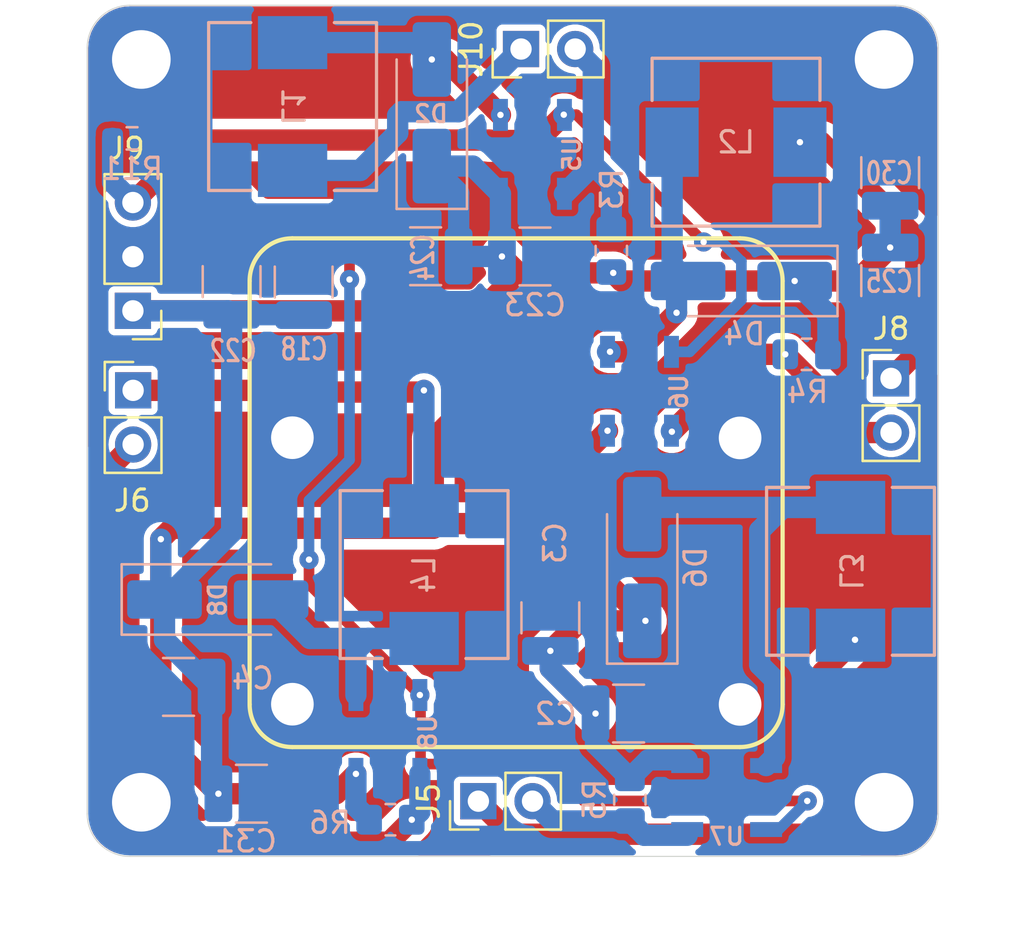
<source format=kicad_pcb>
(kicad_pcb (version 20221018) (generator pcbnew)
  (title_block (date "15 nov 2012"))
  (layers (0 "F.Cu" signal) (31 "B.Cu" signal) (34 "B.Paste" user) (35 "F.Paste" user) (36 "B.SilkS" user "B.Silkscreen") (37 "F.SilkS" user "F.Silkscreen") (38 "B.Mask" user) (39 "F.Mask" user) (44 "Edge.Cuts" user))
  (net 0 "")
  (net 1 "GND")
  (net 2 "Net-(D2-A)")
  (net 3 "Net-(D4-A)")
  (net 4 "Net-(D6-A)")
  (net 5 "Net-(D8-A)")
  (net 6 "8.4V")
  (net 7 "LED_EN")
  (net 8 "Net-(J10-Pin_1)")
  (net 9 "Net-(J8-Pin_1)")
  (net 10 "Net-(J5-Pin_1)")
  (net 11 "Net-(J9-Pin_1)")
  (net 12 "Net-(J10-Pin_2)")
  (net 13 "Net-(J8-Pin_2)")
  (net 14 "Net-(J5-Pin_2)")
  (net 15 "Net-(J9-Pin_2)")
  (footprint "Connector_PinHeader_2.54mm:PinHeader_1x02_P2.54mm_Vertical" (layer "F.Cu") (at 254.464998 187.7 90)
    (fp_text reference "J5" (at 0 -2.33 90) (layer "F.SilkS"))
    (fp_text value "Conn_01x02_Pin")
    (pad "1" thru_hole rect (at 0 0 90) (size 1.7 1.7) (drill 1) (layers "*.Cu" "*.Mask") (net 10 "Net-(J5-Pin_1)"))
    (pad "2" thru_hole oval (at 0 2.54 90) (size 1.7 1.7) (drill 1) (layers "*.Cu" "*.Mask") (net 14 "Net-(J5-Pin_2)"))
  )
  (footprint "Connector_PinHeader_2.54mm:PinHeader_1x03_P2.54mm_Vertical" (layer "F.Cu") (at 238.259998 164.7 180)
    (fp_text reference "J6" (at 0.029998 -8.9 180) (layer "F.SilkS"))
    (fp_text value "Conn_01x03")
    (pad "1" thru_hole rect (at 0 0 180) (size 1.7 1.7) (drill 1) (layers "*.Cu" "*.Mask") (net 6 "8.4V"))
    (pad "2" thru_hole oval (at 0 2.54 180) (size 1.7 1.7) (drill 1) (layers "*.Cu" "*.Mask") (net 1 "GND"))
    (pad "3" thru_hole oval (at 0 5.08 180) (size 1.7 1.7) (drill 1) (layers "*.Cu" "*.Mask") (net 7 "LED_EN"))
  )
  (footprint "Connector_PinHeader_2.54mm:PinHeader_1x02_P2.54mm_Vertical" (layer "F.Cu") (at 256.464998 152.42 90)
    (fp_text reference "J10" (at 0 -2.33 90) (layer "F.SilkS"))
    (fp_text value "Conn_01x02_Pin" hide)
    (pad "1" thru_hole rect (at 0 0 90) (size 1.7 1.7) (drill 1) (layers "*.Cu" "*.Mask") (net 8 "Net-(J10-Pin_1)"))
    (pad "2" thru_hole oval (at 0 2.54 90) (size 1.7 1.7) (drill 1) (layers "*.Cu" "*.Mask") (net 12 "Net-(J10-Pin_2)"))
  )
  (footprint "Connector_PinHeader_2.54mm:PinHeader_1x02_P2.54mm_Vertical" (layer "F.Cu") (at 273.819998 167.87)
    (fp_text reference "J8" (at 0 -2.33) (layer "F.SilkS"))
    (fp_text value "Conn_01x02_Pin")
    (pad "1" thru_hole rect (at 0 0) (size 1.7 1.7) (drill 1) (layers "*.Cu" "*.Mask") (net 9 "Net-(J8-Pin_1)"))
    (pad "2" thru_hole oval (at 0 2.54) (size 1.7 1.7) (drill 1) (layers "*.Cu" "*.Mask") (net 13 "Net-(J8-Pin_2)"))
  )
  (footprint "Connector_PinHeader_2.54mm:PinHeader_1x02_P2.54mm_Vertical" (layer "F.Cu") (at 238.269998 168.43)
    (fp_text reference "J9" (at -0.319998 -11.33) (layer "F.SilkS"))
    (fp_text value "Conn_01x02_Pin")
    (pad "1" thru_hole rect (at 0 0) (size 1.7 1.7) (drill 1) (layers "*.Cu" "*.Mask") (net 11 "Net-(J9-Pin_1)"))
    (pad "2" thru_hole oval (at 0 2.54) (size 1.7 1.7) (drill 1) (layers "*.Cu" "*.Mask") (net 15 "Net-(J9-Pin_2)"))
  )
  (footprint "Board:Cam_Outline_Back" (layer "F.Cu") (at 236.129998 150.37)
    (fp_text reference "REF**" hide)
    (fp_text value "Cam_Outline_Back" hide)
    (fp_line (start -0.014612 37.92) (end -0.014612 2) (stroke (width 0.05)) (layer "Edge.Cuts"))
    (fp_line (start 1.985388 0) (end 37.905388 0) (stroke (width 0.05)) (layer "Edge.Cuts"))
    (fp_line (start 37.905388 39.92) (end 1.985388 39.92) (stroke (width 0.05)) (layer "Edge.Cuts"))
    (fp_line (start 39.905388 2) (end 39.905388 37.92) (stroke (width 0.05)) (layer "Edge.Cuts"))
    (fp_arc (start -0.014612 2) (mid 0.571174 0.585786) (end 1.985388 0) (stroke (width 0.05)) (layer "Edge.Cuts"))
    (fp_arc (start 1.985388 39.92) (mid 0.571174 39.334214) (end -0.014612 37.92) (stroke (width 0.05)) (layer "Edge.Cuts"))
    (fp_arc (start 37.905388 0) (mid 39.319609 0.585782) (end 39.905388 2) (stroke (width 0.05)) (layer "Edge.Cuts"))
    (fp_arc (start 39.905388 37.92) (mid 39.319601 39.334209) (end 37.905388 39.92) (stroke (width 0.05)) (layer "Edge.Cuts"))
    (pad "" np_thru_hole circle locked (at 2.525388 2.54) (size 2.75 2.75) (drill 2.75) (layers "F&B.Cu" "*.Mask"))
    (pad "" np_thru_hole circle locked (at 2.525388 37.38) (size 2.75 2.75) (drill 2.75) (layers "F&B.Cu" "*.Mask"))
    (pad "" np_thru_hole circle locked (at 9.610562 20.281079) (size 2 2) (drill 2) (layers "F&B.Cu" "*.Mask"))
    (pad "" np_thru_hole circle locked (at 9.610562 32.781079) (size 2 2) (drill 2) (layers "F&B.Cu" "*.Mask"))
    (pad "" np_thru_hole circle locked (at 30.610562 20.291079) (size 2 2) (drill 2) (layers "F&B.Cu" "*.Mask"))
    (pad "" np_thru_hole circle locked (at 30.610562 32.791079) (size 2 2) (drill 2) (layers "F&B.Cu" "*.Mask"))
    (pad "" np_thru_hole circle locked (at 37.365388 2.54) (size 2.75 2.75) (drill 2.75) (layers "F&B.Cu" "*.Mask"))
    (pad "" np_thru_hole circle locked (at 37.365388 37.38) (size 2.75 2.75) (drill 2.75) (layers "F&B.Cu" "*.Mask"))
  )
  (footprint "Diode_SMD:D_SMA_Handsoldering" (layer "B.Cu") (at 262.149998 176.74 90)
    (fp_text reference "D6" (at 0 2.5 270) (layer "B.SilkS") (effects (justify mirror)))
    (fp_text value "SS14")
    (pad "1" smd roundrect (at -2.5 0 90) (size 3.5 1.8) (layers "B.Cu" "B.Paste" "B.Mask") (roundrect_rratio 0.1388888889) (net 6 "8.4V"))
    (pad "2" smd roundrect (at 2.5 0 90) (size 3.5 1.8) (layers "B.Cu" "B.Paste" "B.Mask") (roundrect_rratio 0.1388888889) (net 4 "Net-(D6-A)"))
  )
  (footprint "Resistor_SMD:R_0805_2012Metric_Pad1.20x1.40mm_HandSolder" (layer "B.Cu") (at 269.859998 166.74 180)
    (fp_text reference "R4" (at -0.040002 -1.76) (layer "B.SilkS") (effects (justify mirror)))
    (fp_text value "0.15 -0805")
    (pad "1" smd roundrect (at -1 0 180) (size 1.2 1.4) (layers "B.Cu" "B.Paste" "B.Mask") (roundrect_rratio 0.208333) (net 6 "8.4V"))
    (pad "2" smd roundrect (at 1 0 180) (size 1.2 1.4) (layers "B.Cu" "B.Paste" "B.Mask") (roundrect_rratio 0.208333) (net 13 "Net-(J8-Pin_2)"))
  )
  (footprint "Resistor_SMD:R_1210_3225Metric_Pad1.30x2.65mm_HandSolder" (layer "B.Cu") (at 242.889998 163.33 90)
    (fp_text reference "C22" (at -3.25 0.070002 180) (layer "B.SilkS") (effects (font (size 1 0.75)) (justify mirror)))
    (fp_text value "47uF 1210" hide)
    (pad "1" smd roundrect (at -1.55 0 90) (size 1.3 2.65) (layers "B.Cu" "B.Paste" "B.Mask") (roundrect_rratio 0.192308) (net 6 "8.4V"))
    (pad "2" smd roundrect (at 1.55 0 90) (size 1.3 2.65) (layers "B.Cu" "B.Paste" "B.Mask") (roundrect_rratio 0.192308) (net 1 "GND"))
  )
  (footprint "Diode_SMD:D_SMA_Handsoldering" (layer "B.Cu") (at 266.799998 163.3 180)
    (fp_text reference "D4" (at -0.140002 -2.49) (layer "B.SilkS") (effects (justify mirror)))
    (fp_text value "SS14")
    (pad "1" smd roundrect (at -2.5 0 180) (size 3.5 1.8) (layers "B.Cu" "B.Paste" "B.Mask") (roundrect_rratio 0.1388888889) (net 6 "8.4V"))
    (pad "2" smd roundrect (at 2.5 0 180) (size 3.5 1.8) (layers "B.Cu" "B.Paste" "B.Mask") (roundrect_rratio 0.1388888889) (net 3 "Net-(D4-A)"))
  )
  (footprint "Inductor - DR74 68uH:DR74" (layer "B.Cu") (at 245.749998 155.1172 90)
    (fp_text reference "L1" (at 0 0 -90 unlocked) (layer "B.SilkS") (effects (justify mirror)))
    (fp_text value "68 uH")
    (pad "1" smd rect (at -2.9972 0 90) (size 2.4892 3.2512) (layers "B.Cu" "B.Paste" "B.Mask") (net 8 "Net-(J10-Pin_1)"))
    (pad "2" smd rect (at 2.9972 0 90) (size 2.4892 3.2512) (layers "B.Cu" "B.Paste" "B.Mask") (net 2 "Net-(D2-A)"))
    (zone (net 0) (net_name "") (layer "B.Cu") (connect_pads (clearance 0)) (min_thickness 0.254)
      (keepout (tracks not_allowed) (vias not_allowed) (pads allowed) (copperpour not_allowed) (footprints allowed))
      (fill (thermal_gap 0.508) (thermal_bridge_width 0.508))
      (polygon (pts (xy 249.509198 156.819) (xy 249.509198 153.4154) (xy 241.990798 153.4154) (xy 241.990798 156.819)))
    )
  )
  (footprint "Resistor_SMD:R_1210_3225Metric_Pad1.30x2.65mm_HandSolder" (layer "B.Cu") (at 240.399998 182.34 180)
    (fp_text reference "C4" (at -3.480002 0.4) (layer "B.SilkS") (effects (justify mirror)))
    (fp_text value "47uF 1210")
    (pad "1" smd roundrect (at -1.55 0 180) (size 1.3 2.65) (layers "B.Cu" "B.Paste" "B.Mask") (roundrect_rratio 0.192308) (net 6 "8.4V"))
    (pad "2" smd roundrect (at 1.55 0 180) (size 1.3 2.65) (layers "B.Cu" "B.Paste" "B.Mask") (roundrect_rratio 0.192308) (net 1 "GND"))
  )
  (footprint "Resistor_SMD:R_0603_1608Metric_Pad0.98x0.95mm_HandSolder" (layer "B.Cu") (at 238.219998 156.61)
    (fp_text reference "R11" (at 0 1.43) (layer "B.SilkS") (effects (justify mirror)))
    (fp_text value "10K")
    (pad "1" smd roundrect (at -0.9125 0) (size 0.975 0.95) (layers "B.Cu" "B.Paste" "B.Mask") (net 7 "LED_EN"))
    (pad "2" smd roundrect (at 0.9125 0) (size 0.975 0.95) (layers "B.Cu" "B.Paste" "B.Mask") (net 1 "GND"))
  )
  (footprint "Diode_SMD:D_SMA_Handsoldering" (layer "B.Cu") (at 252.279998 155.41 90)
    (fp_text reference "D2" (at -0.05 -0.039998) (layer "B.SilkS") (effects (font (size 0.8 0.8)) (justify mirror)))
    (fp_text value "SS14")
    (pad "1" smd roundrect (at -2.5 0 90) (size 3.5 1.8) (layers "B.Cu" "B.Paste" "B.Mask") (roundrect_rratio 0.1388888889) (net 6 "8.4V"))
    (pad "2" smd roundrect (at 2.5 0 90) (size 3.5 1.8) (layers "B.Cu" "B.Paste" "B.Mask") (roundrect_rratio 0.1388888889) (net 2 "Net-(D2-A)"))
  )
  (footprint "Resistor_SMD:R_0805_2012Metric_Pad1.20x1.40mm_HandSolder" (layer "B.Cu") (at 260.699998 161.88 90)
    (fp_text reference "R3" (at 2.88 0.030002 90) (layer "B.SilkS") (effects (justify mirror)))
    (fp_text value "0.15 - 0805")
    (pad "1" smd roundrect (at -1 0 90) (size 1.2 1.4) (layers "B.Cu" "B.Paste" "B.Mask") (roundrect_rratio 0.208333) (net 6 "8.4V"))
    (pad "2" smd roundrect (at 1 0 90) (size 1.2 1.4) (layers "B.Cu" "B.Paste" "B.Mask") (roundrect_rratio 0.208333) (net 12 "Net-(J10-Pin_2)"))
  )
  (footprint "PT4115:SOT-89-5" (layer "B.Cu") (at 256.999998 157.36)
    (fp_text reference "U5" (at 1.850002 0 90) (layer "B.SilkS") (effects (font (size 0.8 0.8)) (justify mirror)))
    (fp_text value "PT4115")
    (pad "1" smd rect (at -1.5 -1.85) (size 0.7 1.5) (layers "B.Cu" "B.Paste" "B.Mask") (net 2 "Net-(D2-A)"))
    (pad "2" smd custom (at 0 0) (size 1 5.2) (layers "B.Cu" "B.Paste" "B.Mask") (net 1 "GND") (options (clearance outline) (anchor rect)) (primitives (gr_poly (pts (xy -1 0.4) (xy -1 -0.4) (xy 0 -1.4) (xy 1 -0.4) (xy 1 0.4) (xy 0 1.4)) (width 0.127) (fill yes))))
    (pad "3" smd rect (at 1.5 -1.85) (size 0.7 1.5) (layers "B.Cu" "B.Paste" "B.Mask") (net 7 "LED_EN"))
    (pad "4" smd rect (at 1.5 1.85) (size 0.7 1.5) (layers "B.Cu" "B.Paste" "B.Mask") (net 12 "Net-(J10-Pin_2)"))
    (pad "5" smd rect (at -1.5 1.85) (size 0.7 1.5) (layers "B.Cu" "B.Paste" "B.Mask") (net 6 "8.4V"))
  )
  (footprint "PT4115:SOT-89-5" (layer "B.Cu") (at 250.219998 184.57)
    (fp_text reference "U8" (at 1.870002 -0.11 90) (layer "B.SilkS") (effects (font (size 0.8 0.8)) (justify mirror)))
    (fp_text value "PT4115")
    (pad "1" smd rect (at -1.5 -1.85) (size 0.7 1.5) (layers "B.Cu" "B.Paste" "B.Mask") (net 5 "Net-(D8-A)"))
    (pad "2" smd custom (at 0 0) (size 1 5.2) (layers "B.Cu" "B.Paste" "B.Mask") (net 1 "GND") (options (clearance outline) (anchor rect)) (primitives (gr_poly (pts (xy -1 0.4) (xy -1 -0.4) (xy 0 -1.4) (xy 1 -0.4) (xy 1 0.4) (xy 0 1.4)) (width 0.127) (fill yes))))
    (pad "3" smd rect (at 1.5 -1.85) (size 0.7 1.5) (layers "B.Cu" "B.Paste" "B.Mask") (net 7 "LED_EN"))
    (pad "4" smd rect (at 1.5 1.85) (size 0.7 1.5) (layers "B.Cu" "B.Paste" "B.Mask") (net 15 "Net-(J9-Pin_2)"))
    (pad "5" smd rect (at -1.5 1.85) (size 0.7 1.5) (layers "B.Cu" "B.Paste" "B.Mask") (net 6 "8.4V"))
  )
  (footprint "Resistor_SMD:R_1210_3225Metric_Pad1.30x2.65mm_HandSolder" (layer "B.Cu") (at 246.27 163.35 90)
    (fp_text reference "C18" (at -3.15 0.02 180) (layer "B.SilkS") (effects (font (size 1 0.75)) (justify mirror)))
    (fp_text value "47uF 1210")
    (pad "1" smd roundrect (at -1.55 0 90) (size 1.3 2.65) (layers "B.Cu" "B.Paste" "B.Mask") (roundrect_rratio 0.192308) (net 6 "8.4V"))
    (pad "2" smd roundrect (at 1.55 0 90) (size 1.3 2.65) (layers "B.Cu" "B.Paste" "B.Mask") (roundrect_rratio 0.192308) (net 1 "GND"))
  )
  (footprint "Resistor_SMD:R_0805_2012Metric_Pad1.20x1.40mm_HandSolder" (layer "B.Cu") (at 261.569998 187.63 -90)
    (fp_text reference "R5" (at 0 1.65 90) (layer "B.SilkS") (effects (justify mirror)))
    (fp_text value "0.15")
    (pad "1" smd roundrect (at -1 0 270) (size 1.2 1.4) (layers "B.Cu" "B.Paste" "B.Mask") (roundrect_rratio 0.208333) (net 6 "8.4V"))
    (pad "2" smd roundrect (at 1 0 270) (size 1.2 1.4) (layers "B.Cu" "B.Paste" "B.Mask") (roundrect_rratio 0.208333) (net 14 "Net-(J5-Pin_2)"))
  )
  (footprint "Diode_SMD:D_SMA_Handsoldering" (layer "B.Cu") (at 242.242498 178.24)
    (fp_text reference "D8" (at -0.012498 0.01 270) (layer "B.SilkS") (effects (font (size 0.8 0.8)) (justify mirror)))
    (fp_text value "SS14")
    (pad "1" smd roundrect (at -2.5 0) (size 3.5 1.8) (layers "B.Cu" "B.Paste" "B.Mask") (roundrect_rratio 0.1388888889) (net 6 "8.4V"))
    (pad "2" smd roundrect (at 2.5 0) (size 3.5 1.8) (layers "B.Cu" "B.Paste" "B.Mask") (roundrect_rratio 0.1388888889) (net 5 "Net-(D8-A)"))
  )
  (footprint "Resistor_SMD:R_1210_3225Metric_Pad1.30x2.65mm_HandSolder" (layer "B.Cu") (at 261.509998 183.59)
    (fp_text reference "C2" (at -3.419998 0.01) (layer "B.SilkS") (effects (justify mirror)))
    (fp_text value "47uF 1210")
    (pad "1" smd roundrect (at -1.55 0) (size 1.3 2.65) (layers "B.Cu" "B.Paste" "B.Mask") (roundrect_rratio 0.192308) (net 6 "8.4V"))
    (pad "2" smd roundrect (at 1.55 0) (size 1.3 2.65) (layers "B.Cu" "B.Paste" "B.Mask") (roundrect_rratio 0.192308) (net 1 "GND"))
  )
  (footprint "Inductor - DR74 68uH:DR74" (layer "B.Cu") (at 271.919998 176.9172 90)
    (fp_text reference "L3" (at 0 0 270 unlocked) (layer "B.SilkS") (effects (justify mirror)))
    (fp_text value "68 uH")
    (pad "1" smd rect (at -2.9972 0 90) (size 2.4892 3.2512) (layers "B.Cu" "B.Paste" "B.Mask") (net 10 "Net-(J5-Pin_1)"))
    (pad "2" smd rect (at 2.9972 0 90) (size 2.4892 3.2512) (layers "B.Cu" "B.Paste" "B.Mask") (net 4 "Net-(D6-A)"))
    (zone (net 0) (net_name "") (layer "B.Cu") (connect_pads (clearance 0)) (min_thickness 0.254)
      (keepout (tracks not_allowed) (vias not_allowed) (pads allowed) (copperpour not_allowed) (footprints allowed))
      (fill (thermal_gap 0.508) (thermal_bridge_width 0.508))
      (polygon (pts (xy 275.679198 178.619) (xy 275.679198 175.2154) (xy 268.160798 175.2154) (xy 268.160798 178.619)))
    )
  )
  (footprint "Inductor - DR74 68uH:DR74" (layer "B.Cu") (at 251.919998 177.07 -90)
    (fp_text reference "L4" (at 0 0 90 unlocked) (layer "B.SilkS") (effects (justify mirror)))
    (fp_text value "68 uH")
    (pad "1" smd rect (at -2.9972 0 270) (size 2.4892 3.2512) (layers "B.Cu" "B.Paste" "B.Mask") (net 11 "Net-(J9-Pin_1)"))
    (pad "2" smd rect (at 2.9972 0 270) (size 2.4892 3.2512) (layers "B.Cu" "B.Paste" "B.Mask") (net 5 "Net-(D8-A)"))
    (zone (net 0) (net_name "") (layer "B.Cu") (connect_pads (clearance 0)) (min_thickness 0.254)
      (keepout (tracks not_allowed) (vias not_allowed) (pads allowed) (copperpour not_allowed) (footprints allowed))
      (fill (thermal_gap 0.508) (thermal_bridge_width 0.508))
      (polygon (pts (xy 248.160798 175.3682) (xy 248.160798 178.7718) (xy 255.679198 178.7718) (xy 255.679198 175.3682)))
    )
  )
  (footprint "Inductor - DR74 68uH:DR74" (layer "B.Cu") (at 266.549998 156.79 180)
    (fp_text reference "L2" (at 0 0 unlocked) (layer "B.SilkS") (effects (justify mirror)))
    (fp_text value "68 uH")
    (pad "1" smd rect (at -2.9972 0 180) (size 2.4892 3.2512) (layers "B.Cu" "B.Paste" "B.Mask") (net 9 "Net-(J8-Pin_1)"))
    (pad "2" smd rect (at 2.9972 0 180) (size 2.4892 3.2512) (layers "B.Cu" "B.Paste" "B.Mask") (net 3 "Net-(D4-A)"))
    (zone (net 0) (net_name "") (layer "B.Cu") (connect_pads (clearance 0)) (min_thickness 0.254)
      (keepout (tracks not_allowed) (vias not_allowed) (pads allowed) (copperpour not_allowed) (footprints allowed))
      (fill (thermal_gap 0.508) (thermal_bridge_width 0.508))
      (polygon (pts (xy 268.251798 153.0308) (xy 264.848198 153.0308) (xy 264.848198 160.5492) (xy 268.251798 160.5492)))
    )
  )
  (footprint "Resistor_SMD:R_1210_3225Metric_Pad1.30x2.65mm_HandSolder" (layer "B.Cu") (at 273.779998 158.22 90)
    (fp_text reference "C30" (at -0.02 -0.049998 180) (layer "B.SilkS") (effects (font (size 1 0.75)) (justify mirror)))
    (fp_text value "47uF 1210")
    (pad "1" smd roundrect (at -1.55 0 90) (size 1.3 2.65) (layers "B.Cu" "B.Paste" "B.Mask") (roundrect_rratio 0.192308) (net 6 "8.4V"))
    (pad "2" smd roundrect (at 1.55 0 90) (size 1.3 2.65) (layers "B.Cu" "B.Paste" "B.Mask") (roundrect_rratio 0.192308) (net 1 "GND"))
  )
  (footprint "Resistor_SMD:R_1210_3225Metric_Pad1.30x2.65mm_HandSolder" (layer "B.Cu") (at 243.819998 187.35)
    (fp_text reference "C31" (at -0.259998 2.23) (layer "B.SilkS") (effects (justify mirror)))
    (fp_text value "47uF 1210" hide)
    (pad "1" smd roundrect (at -1.55 0) (size 1.3 2.65) (layers "B.Cu" "B.Paste" "B.Mask") (roundrect_rratio 0.192308) (net 6 "8.4V"))
    (pad "2" smd roundrect (at 1.55 0) (size 1.3 2.65) (layers "B.Cu" "B.Paste" "B.Mask") (roundrect_rratio 0.192308) (net 1 "GND"))
  )
  (footprint "Resistor_SMD:R_1210_3225Metric_Pad1.30x2.65mm_HandSolder" (layer "B.Cu") (at 257.839998 179.1 90)
    (fp_text reference "C3" (at 3.51 0.220002 90) (layer "B.SilkS") (effects (justify mirror)))
    (fp_text value "47uF 1210")
    (pad "1" smd roundrect (at -1.55 0 90) (size 1.3 2.65) (layers "B.Cu" "B.Paste" "B.Mask") (roundrect_rratio 0.192308) (net 6 "8.4V"))
    (pad "2" smd roundrect (at 1.55 0 90) (size 1.3 2.65) (layers "B.Cu" "B.Paste" "B.Mask") (roundrect_rratio 0.192308) (net 1 "GND"))
  )
  (footprint "Resistor_SMD:R_1210_3225Metric_Pad1.30x2.65mm_HandSolder" (layer "B.Cu") (at 251.989998 162.14 180)
    (fp_text reference "C24" (at 0.119998 -0.06 90) (layer "B.SilkS") (effects (font (size 1 0.75)) (justify mirror)))
    (fp_text value "47uF 1210")
    (pad "1" smd roundrect (at -1.55 0 180) (size 1.3 2.65) (layers "B.Cu" "B.Paste" "B.Mask") (roundrect_rratio 0.192308) (net 6 "8.4V"))
    (pad "2" smd roundrect (at 1.55 0 180) (size 1.3 2.65) (layers "B.Cu" "B.Paste" "B.Mask") (roundrect_rratio 0.192308) (net 1 "GND"))
  )
  (footprint "Resistor_SMD:R_1210_3225Metric_Pad1.30x2.65mm_HandSolder" (layer "B.Cu") (at 257.119998 162.15)
    (fp_text reference "C23" (at 0 2.28) (layer "B.SilkS") (effects (justify mirror)))
    (fp_text value "47uF 1210")
    (pad "1" smd roundrect (at -1.55 0) (size 1.3 2.65) (layers "B.Cu" "B.Paste" "B.Mask") (roundrect_rratio 0.192308) (net 6 "8.4V"))
    (pad "2" smd roundrect (at 1.55 0) (size 1.3 2.65) (layers "B.Cu" "B.Paste" "B.Mask") (roundrect_rratio 0.192308) (net 1 "GND"))
  )
  (footprint "Resistor_SMD:R_0805_2012Metric_Pad1.20x1.40mm_HandSolder" (layer "B.Cu") (at 250.339998 188.57)
    (fp_text reference "R6" (at -2.839998 0.14) (layer "B.SilkS") (effects (justify mirror)))
    (fp_text value "0.15")
    (pad "1" smd roundrect (at -1 0) (size 1.2 1.4) (layers "B.Cu" "B.Paste" "B.Mask") (roundrect_rratio 0.208333) (net 6 "8.4V"))
    (pad "2" smd roundrect (at 1 0) (size 1.2 1.4) (layers "B.Cu" "B.Paste" "B.Mask") (roundrect_rratio 0.208333) (net 15 "Net-(J9-Pin_2)"))
  )
  (footprint "PT4115:SOT-89-5" (layer "B.Cu") (at 262.021748 168.47425)
    (fp_text reference "U6" (at 1.848252 0.01575 90) (layer "B.SilkS") (effects (font (size 0.8 0.8)) (justify mirror)))
    (fp_text value "PT4115")
    (pad "1" smd rect (at -1.5 -1.85) (size 0.7 1.5) (layers "B.Cu" "B.Paste" "B.Mask") (net 3 "Net-(D4-A)"))
    (pad "2" smd custom (at 0 0) (size 1 5.2) (layers "B.Cu" "B.Paste" "B.Mask") (net 1 "GND") (options (clearance outline) (anchor rect)) (primitives (gr_poly (pts (xy -1 0.4) (xy -1 -0.4) (xy 0 -1.4) (xy 1 -0.4) (xy 1 0.4) (xy 0 1.4)) (width 0.127) (fill yes))))
    (pad "3" smd rect (at 1.5 -1.85) (size 0.7 1.5) (layers "B.Cu" "B.Paste" "B.Mask") (net 7 "LED_EN"))
    (pad "4" smd rect (at 1.5 1.85) (size 0.7 1.5) (layers "B.Cu" "B.Paste" "B.Mask") (net 13 "Net-(J8-Pin_2)"))
    (pad "5" smd rect (at -1.5 1.85) (size 0.7 1.5) (layers "B.Cu" "B.Paste" "B.Mask") (net 6 "8.4V"))
  )
  (footprint "PT4115:SOT-89-5" (layer "B.Cu") (at 266.109998 187.53 -90)
    (fp_text reference "U7" (at 1.83 0 180) (layer "B.SilkS") (effects (font (size 0.8 0.8)) (justify mirror)))
    (fp_text value "PT4115")
    (pad "1" smd rect (at -1.5 -1.85 270) (size 0.7 1.5) (layers "B.Cu" "B.Paste" "B.Mask") (net 4 "Net-(D6-A)"))
    (pad "2" smd custom (at 0 0 270) (size 1 5.2) (layers "B.Cu" "B.Paste" "B.Mask") (net 1 "GND") (options (clearance outline) (anchor rect)) (primitives (gr_poly (pts (xy -1 0.4) (xy -1 -0.4) (xy 0 -1.4) (xy 1 -0.4) (xy 1 0.4) (xy 0 1.4)) (width 0.127) (fill yes))))
    (pad "3" smd rect (at 1.5 -1.85 270) (size 0.7 1.5) (layers "B.Cu" "B.Paste" "B.Mask") (net 7 "LED_EN"))
    (pad "4" smd rect (at 1.5 1.85 270) (size 0.7 1.5) (layers "B.Cu" "B.Paste" "B.Mask") (net 14 "Net-(J5-Pin_2)"))
    (pad "5" smd rect (at -1.5 1.85 270) (size 0.7 1.5) (layers "B.Cu" "B.Paste" "B.Mask") (net 6 "8.4V"))
  )
  (footprint "Resistor_SMD:R_1210_3225Metric_Pad1.30x2.65mm_HandSolder" (layer "B.Cu") (at 273.779998 163.28 -90)
    (fp_text reference "C25" (at 0.05 0.039998 180) (layer "B.SilkS") (effects (font (size 1 0.75)) (justify mirror)))
    (fp_text value "47uF 1210")
    (pad "1" smd roundrect (at -1.55 0 270) (size 1.3 2.65) (layers "B.Cu" "B.Paste" "B.Mask") (roundrect_rratio 0.192308) (net 6 "8.4V"))
    (pad "2" smd roundrect (at 1.55 0 270) (size 1.3 2.65) (layers "B.Cu" "B.Paste" "B.Mask") (roundrect_rratio 0.192308) (net 1 "GND"))
  )
  (segment (start 246.25 161.78) (end 246.27 161.8) (width 1) (layer "B.Cu") (net 1))
  (segment (start 243.344998 189.375) (end 245.369998 187.35) (width 1) (layer "B.Cu") (net 1))
  (segment (start 256.999998 160.48) (end 258.669998 162.15) (width 1) (layer "B.Cu") (net 1))
  (segment (start 257.839998 177.55) (end 260.549998 180.26) (width 1) (layer "B.Cu") (net 1))
  (segment (start 258.669998 163.475) (end 260.369248 165.17425) (width 1) (layer "B.Cu") (net 1))
  (segment (start 240.530386 184.020388) (end 240.530386 188.435818) (width 1) (layer "B.Cu") (net 1))
  (segment (start 260.549998 181.14043) (end 262.999568 183.59) (width 1) (layer "B.Cu") (net 1))
  (segment (start 255.814998 179.575) (end 257.839998 177.55) (width 1) (layer "B.Cu") (net 1))
  (segment (start 238.639998 161.78) (end 238.259998 162.16) (width 1) (layer "B.Cu") (net 1))
  (segment (start 264.319998 183.59) (end 266.109998 185.38) (width 1) (layer "B.Cu") (net 1))
  (segment (start 260.549998 180.26) (end 260.549998 181.14043) (width 1) (layer "B.Cu") (net 1))
  (segment (start 263.059998 183.59) (end 264.319998 183.59) (width 1) (layer "B.Cu") (net 1))
  (segment (start 242.889998 160.3675) (end 239.132498 156.61) (width 1) (layer "B.Cu") (net 1))
  (segment (start 252.369998 184.57) (end 255.814998 181.125) (width 1) (layer "B.Cu") (net 1))
  (segment (start 260.369248 165.17425) (end 261.571748 165.17425) (width 1) (layer "B.Cu") (net 1))
  (segment (start 248.149998 184.57) (end 250.219998 184.57) (width 1) (layer "B.Cu") (net 1))
  (segment (start 256.774248 168.47425) (end 262.021748 168.47425) (width 1) (layer "B.Cu") (net 1))
  (segment (start 242.889998 161.78) (end 242.889998 160.3675) (width 1) (layer "B.Cu") (net 1))
  (segment (start 250.439998 162.14) (end 256.774248 168.47425) (width 1) (layer "B.Cu") (net 1))
  (segment (start 255.814998 181.125) (end 255.814998 179.575) (width 1) (layer "B.Cu") (net 1))
  (segment (start 261.115318 171.77425) (end 257.839998 175.04957) (width 1) (layer "B.Cu") (net 1))
  (segment (start 257.839998 175.04957) (end 257.839998 177.55) (width 1) (layer "B.Cu") (net 1))
  (segment (start 266.109998 185.38) (end 266.109998 187.53) (width 1) (layer "B.Cu") (net 1))
  (segment (start 271.754998 162.805) (end 271.754998 158.695) (width 1) (layer "B.Cu") (net 1))
  (segment (start 262.021748 171.32425) (end 261.571748 171.77425) (width 1) (layer "B.Cu") (net 1))
  (segment (start 262.999568 183.59) (end 263.059998 183.59) (width 1) (layer "B.Cu") (net 1))
  (segment (start 261.571748 165.17425) (end 262.021748 165.62425) (width 1) (layer "B.Cu") (net 1))
  (segment (start 261.571748 171.77425) (end 261.115318 171.77425) (width 1) (layer "B.Cu") (net 1))
  (segment (start 262.021748 168.47425) (end 271.305748 168.47425) (width 1) (layer "B.Cu") (net 1))
  (segment (start 271.305748 168.47425) (end 272.269998 167.51) (width 1) (layer "B.Cu") (net 1))
  (segment (start 242.889998 161.78) (end 238.639998 161.78) (width 1) (layer "B.Cu") (net 1))
  (segment (start 256.999998 157.36) (end 256.999998 160.48) (width 1) (layer "B.Cu") (net 1))
  (segment (start 240.530386 188.435818) (end 241.469568 189.375) (width 1) (layer "B.Cu") (net 1))
  (segment (start 272.269998 167.51) (end 272.269998 166.34) (width 1) (layer "B.Cu") (net 1))
  (segment (start 242.889998 161.78) (end 246.25 161.78) (width 1) (layer "B.Cu") (net 1))
  (segment (start 241.469568 189.375) (end 243.344998 189.375) (width 1) (layer "B.Cu") (net 1))
  (segment (start 271.754998 158.695) (end 273.779998 156.67) (width 1) (layer "B.Cu") (net 1))
  (segment (start 250.219998 184.57) (end 252.369998 184.57) (width 1) (layer "B.Cu") (net 1))
  (segment (start 273.779998 164.83) (end 271.754998 162.805) (width 1) (layer "B.Cu") (net 1))
  (segment (start 246.27 161.8) (end 250.099998 161.8) (width 1) (layer "B.Cu") (net 1))
  (segment (start 250.099998 161.8) (end 250.439998 162.14) (width 1) (layer "B.Cu") (net 1))
  (segment (start 272.269998 166.34) (end 273.779998 164.83) (width 1) (layer "B.Cu") (net 1))
  (segment (start 262.021748 165.62425) (end 262.021748 168.47425) (width 1) (layer "B.Cu") (net 1))
  (segment (start 245.369998 187.35) (end 248.149998 184.57) (width 1) (layer "B.Cu") (net 1))
  (segment (start 238.849998 182.34) (end 240.530386 184.020388) (width 1) (layer "B.Cu") (net 1))
  (segment (start 262.021748 168.47425) (end 262.021748 171.32425) (width 1) (layer "B.Cu") (net 1))
  (segment (start 258.669998 162.15) (end 258.669998 163.475) (width 1) (layer "B.Cu") (net 1))
  (segment (start 252.899998 152.91) (end 255.499998 155.51) (width 1) (layer "F.Cu") (net 2))
  (segment (start 252.279998 152.91) (end 252.899998 152.91) (width 1) (layer "F.Cu") (net 2))
  (via (at 255.499998 155.51) (size 0.9) (drill 0.3) (layers "F.Cu" "B.Cu") (net 2))
  (via (at 252.279998 152.91) (size 0.9) (drill 0.3) (layers "F.Cu" "B.Cu") (net 2))
  (segment (start 245.749998 152.12) (end 251.489998 152.12) (width 1) (layer "B.Cu") (net 2))
  (segment (start 251.489998 152.12) (end 252.279998 152.91) (width 1) (layer "B.Cu") (net 2))
  (segment (start 261.929998 166.62) (end 263.759998 164.79) (width 1) (layer "F.Cu") (net 3))
  (segment (start 260.639998 166.62) (end 261.929998 166.62) (width 1) (layer "F.Cu") (net 3))
  (via (at 260.639998 166.62) (size 0.9) (drill 0.3) (layers "F.Cu" "B.Cu") (net 3))
  (via (at 263.759998 164.79) (size 0.9) (drill 0.3) (layers "F.Cu" "B.Cu") (net 3))
  (segment (start 263.759998 163.84) (end 264.299998 163.3) (width 1) (layer "B.Cu") (net 3))
  (segment (start 263.759998 164.79) (end 263.759998 163.84) (width 1) (layer "B.Cu") (net 3))
  (segment (start 263.552798 162.5528) (end 264.299998 163.3) (width 1) (layer "B.Cu") (net 3))
  (segment (start 260.635748 166.62425) (end 260.639998 166.62) (width 1) (layer "B.Cu") (net 3))
  (segment (start 260.521748 166.62425) (end 260.635748 166.62425) (width 1) (layer "B.Cu") (net 3))
  (segment (start 263.552798 156.79) (end 263.552798 162.5528) (width 1) (layer "B.Cu") (net 3))
  (segment (start 262.469998 173.92) (end 262.149998 174.24) (width 1) (layer "B.Cu") (net 4))
  (segment (start 268.359998 185.63) (end 267.959998 186.03) (width 1) (layer "B.Cu") (net 4))
  (segment (start 268.74909 173.92) (end 267.660798 175.008292) (width 1) (layer "B.Cu") (net 4))
  (segment (start 271.919998 173.92) (end 268.74909 173.92) (width 1) (layer "B.Cu") (net 4))
  (segment (start 268.359998 181.999998) (end 268.359998 185.63) (width 1) (layer "B.Cu") (net 4))
  (segment (start 271.919998 173.92) (end 262.469998 173.92) (width 1) (layer "B.Cu") (net 4))
  (segment (start 267.660798 181.300798) (end 268.359998 181.999998) (width 1) (layer "B.Cu") (net 4))
  (segment (start 267.660798 175.008292) (end 267.660798 181.300798) (width 1) (layer "B.Cu") (net 4))
  (segment (start 249.294398 180.0672) (end 248.719998 180.6416) (width 1) (layer "B.Cu") (net 5))
  (segment (start 246.569698 180.0672) (end 251.919998 180.0672) (width 1) (layer "B.Cu") (net 5))
  (segment (start 244.742498 178.24) (end 246.569698 180.0672) (width 1) (layer "B.Cu") (net 5))
  (segment (start 248.719998 180.6416) (end 248.719998 182.72) (width 1) (layer "B.Cu") (net 5))
  (segment (start 251.919998 180.0672) (end 249.294398 180.0672) (width 1) (layer "B.Cu") (net 5))
  (segment (start 252.349998 170.7) (end 252.349998 174.68) (width 1) (layer "F.Cu") (net 6))
  (segment (start 254.559998 164.7) (end 253.859998 164.7) (width 1) (layer "F.Cu") (net 6))
  (segment (start 255.719998 174.68) (end 256.165998 174.68) (width 1) (layer "F.Cu") (net 6))
  (segment (start 262.299998 179.24) (end 259.249998 179.24) (width 1) (layer "F.Cu") (net 6))
  (segment (start 248.719998 186.42) (end 247.789998 187.35) (width 1) (layer "F.Cu") (net 6))
  (segment (start 259.249998 179.24) (end 257.839998 180.65) (width 1) (layer "F.Cu") (net 6))
  (segment (start 271.639998 163.3) (end 269.299998 163.3) (width 1) (layer "F.Cu") (net 6))
  (segment (start 253.829998 168.207056) (end 253.829998 169.22) (width 1) (layer "F.Cu") (net 6))
  (segment (start 253.829998 169.22) (end 252.349998 170.7) (width 1) (layer "F.Cu") (net 6))
  (segment (start 256.339998 162.92) (end 254.559998 164.7) (width 1) (layer "F.Cu") (net 6))
  (segment (start 252.349998 174.9) (end 240.079998 174.9) (width 1) (layer "F.Cu") (net 6))
  (segment (start 253.859998 164.7) (end 238.259998 164.7) (width 1) (layer "F.Cu") (net 6))
  (segment (start 239.569998 175.41) (end 239.569998 184.65) (width 1) (layer "F.Cu") (net 6))
  (segment (start 273.779998 161.73) (end 272.169998 163.34) (width 1) (layer "F.Cu") (net 6))
  (segment (start 260.789998 162.92) (end 256.339998 162.92) (width 1) (layer "F.Cu") (net 6))
  (segment (start 253.859998 168.177056) (end 253.829998 168.207056) (width 1) (layer "F.Cu") (net 6))
  (segment (start 256.339998 162.92) (end 255.569998 162.15) (width 1) (layer "F.Cu") (net 6))
  (segment (start 257.839998 180.65) (end 257.839998 181.47) (width 1) (layer "F.Cu") (net 6))
  (segment (start 255.719998 174.68) (end 252.349998 174.68) (width 1) (layer "F.Cu") (net 6))
  (segment (start 261.169998 163.3) (end 260.789998 162.92) (width 1) (layer "F.Cu") (net 6))
  (segment (start 256.369998 174.68) (end 255.719998 174.68) (width 1) (layer "F.Cu") (net 6))
  (segment (start 272.169998 163.34) (end 271.679998 163.34) (width 1) (layer "F.Cu") (net 6))
  (segment (start 247.789998 187.35) (end 242.269998 187.35) (width 1) (layer "F.Cu") (net 6))
  (segment (start 262.299998 179.24) (end 257.739998 174.68) (width 1) (layer "F.Cu") (net 6))
  (segment (start 252.349998 174.68) (end 252.349998 174.9) (width 1) (layer "F.Cu") (net 6))
  (segment (start 269.299998 163.3) (end 261.169998 163.3) (width 1) (layer "F.Cu") (net 6))
  (segment (start 257.739998 174.68) (end 256.369998 174.68) (width 1) (layer "F.Cu") (net 6))
  (segment (start 271.679998 163.34) (end 271.639998 163.3) (width 1) (layer "F.Cu") (net 6))
  (segment (start 240.079998 174.9) (end 239.569998 175.41) (width 1) (layer "F.Cu") (net 6))
  (segment (start 253.859998 164.7) (end 253.859998 168.177056) (width 1) (layer "F.Cu") (net 6))
  (segment (start 239.569998 184.65) (end 242.269998 187.35) (width 1) (layer "F.Cu") (net 6))
  (segment (start 256.165998 174.68) (end 260.521748 170.32425) (width 1) (layer "F.Cu") (net 6))
  (segment (start 257.839998 181.47) (end 259.959998 183.59) (width 1) (layer "F.Cu") (net 6))
  (via (at 248.719998 186.42) (size 0.9) (drill 0.3) (layers "F.Cu" "B.Cu") (net 6))
  (via (at 259.959998 183.59) (size 0.9) (drill 0.3) (layers "F.Cu" "B.Cu") (net 6))
  (via (at 260.789998 162.92) (size 0.9) (drill 0.3) (layers "F.Cu" "B.Cu") (net 6))
  (via (at 262.299998 179.24) (size 0.9) (drill 0.3) (layers "F.Cu" "B.Cu") (net 6))
  (via (at 242.269998 187.35) (size 0.9) (drill 0.3) (layers "F.Cu" "B.Cu") (net 6))
  (via (at 255.569998 162.15) (size 0.9) (drill 0.3) (layers "F.Cu" "B.Cu") (net 6))
  (via (at 260.521748 170.32425) (size 0.9) (drill 0.3) (layers "F.Cu" "B.Cu") (net 6))
  (via (at 257.839998 180.65) (size 0.9) (drill 0.3) (layers "F.Cu" "B.Cu") (net 6))
  (via (at 273.779998 161.73) (size 0.9) (drill 0.3) (layers "F.Cu" "B.Cu") (net 6))
  (via (at 239.569998 175.41) (size 0.9) (drill 0.3) (layers "F.Cu" "B.Cu") (net 6))
  (via (at 269.299998 163.3) (size 0.9) (drill 0.3) (layers "F.Cu" "B.Cu") (net 6))
  (segment (start 253.549998 162.15) (end 253.539998 162.14) (width 1) (layer "B.Cu") (net 6))
  (segment (start 238.259998 164.7) (end 242.709998 164.7) (width 1) (layer "B.Cu") (net 6))
  (segment (start 270.859998 164.86) (end 269.299998 163.3) (width 1) (layer "B.Cu") (net 6))
  (segment (start 239.742498 180.1325) (end 241.949998 182.34) (width 1) (layer "B.Cu") (net 6))
  (segment (start 260.521748 170.50825) (end 260.519998 170.51) (width 0.5) (layer "B.Cu") (net 6))
  (segment (start 239.569998 178.0675) (end 239.742498 178.24) (width 1) (layer "B.Cu") (net 6))
  (segment (start 259.959998 183.59) (end 259.959998 185.02) (width 1) (layer "B.Cu") (net 6))
  (segment (start 262.149998 179.24) (end 262.299998 179.24) (width 1) (layer "B.Cu") (net 6))
  (segment (start 246.25 164.88) (end 246.27 164.9) (width 1) (layer "B.Cu") (net 6))
  (segment (start 253.539998 162.14) (end 253.539998 159.17) (width 1) (layer "B.Cu") (net 6))
  (segment (start 260.749998 162.88) (end 260.789998 162.92) (width 1) (layer "B.Cu") (net 6))
  (segment (start 248.719998 186.42) (end 248.719998 187.95) (width 1) (layer "B.Cu") (net 6))
  (segment (start 260.699998 162.88) (end 260.749998 162.88) (width 1) (layer "B.Cu") (net 6))
  (segment (start 239.569998 175.41) (end 239.569998 178.0675) (width 1) (layer "B.Cu") (net 6))
  (segment (start 255.499998 162.08) (end 255.569998 162.15) (width 1) (layer "B.Cu") (net 6))
  (segment (start 248.719998 187.95) (end 249.339998 188.57) (width 1) (layer "B.Cu") (net 6))
  (segment (start 241.949998 182.34) (end 241.949998 187.03) (width 1) (layer "B.Cu") (net 6))
  (segment (start 255.569998 162.15) (end 253.549998 162.15) (width 1) (layer "B.Cu") (net 6))
  (segment (start 255.499998 159.21) (end 255.499998 162.08) (width 1) (layer "B.Cu") (net 6))
  (segment (start 242.889998 164.88) (end 246.25 164.88) (width 1) (layer "B.Cu") (net 6))
  (segment (start 273.779998 161.73) (end 273.779998 159.77) (width 1) (layer "B.Cu") (net 6))
  (segment (start 242.889998 175.0925) (end 242.889998 164.88) (width 1) (layer "B.Cu") (net 6))
  (segment (start 260.521748 170.32425) (end 260.521748 170.50825) (width 0.5) (layer "B.Cu") (net 6))
  (segment (start 241.949998 187.03) (end 242.269998 187.35) (width 1) (layer "B.Cu") (net 6))
  (segment (start 270.859998 166.74) (end 270.859998 164.86) (width 1) (layer "B.Cu") (net 6))
  (segment (start 239.742498 178.24) (end 242.889998 175.0925) (width 1) (layer "B.Cu") (net 6))
  (segment (start 239.742498 178.24) (end 239.742498 180.1325) (width 1) (layer "B.Cu") (net 6))
  (segment (start 257.839998 181.47) (end 259.959998 183.59) (width 1) (layer "B.Cu") (net 6))
  (segment (start 262.43873 185.761268) (end 264.259998 185.761268) (width 1) (layer "B.Cu") (net 6))
  (segment (start 259.959998 185.02) (end 261.569998 186.63) (width 1) (layer "B.Cu") (net 6))
  (segment (start 254.199998 157.91) (end 255.499998 159.21) (width 1) (layer "B.Cu") (net 6))
  (segment (start 252.279998 157.91) (end 254.199998 157.91) (width 1) (layer "B.Cu") (net 6))
  (segment (start 261.569998 186.63) (end 262.43873 185.761268) (width 1) (layer "B.Cu") (net 6))
  (segment (start 242.709998 164.7) (end 242.889998 164.88) (width 1) (layer "B.Cu") (net 6))
  (segment (start 253.539998 159.17) (end 252.279998 157.91) (width 1) (layer "B.Cu") (net 6))
  (segment (start 257.839998 180.65) (end 257.839998 181.47) (width 1) (layer "B.Cu") (net 6))
  (segment (start 269.889998 187.69) (end 259.409998 187.69) (width 0.5) (layer "F.Cu") (net 7))
  (segment (start 251.749998 182.75) (end 251.719998 182.72) (width 0.5) (layer "F.Cu") (net 7))
  (segment (start 248.419998 163.23) (end 248.419998 161.14) (width 0.5) (layer "F.Cu") (net 7))
  (segment (start 241.189998 156.69) (end 240.569998 157.31) (width 1) (layer "F.Cu") (net 7))
  (segment (start 254.982942 156.69) (end 241.189998 156.69) (width 1) (layer "F.Cu") (net 7))
  (segment (start 257.679998 185.96) (end 251.749998 185.96) (width 0.5) (layer "F.Cu") (net 7))
  (segment (start 255.002942 156.71) (end 254.982942 156.69) (width 1) (layer "F.Cu") (net 7))
  (segment (start 248.419998 161.14) (end 247.479998 160.2) (width 0.5) (layer "F.Cu") (net 7))
  (segment (start 241.279998 157.31) (end 240.569998 157.31) (width 0.5) (layer "F.Cu") (net 7))
  (segment (start 265.029998 161.47) (end 259.059998 155.5) (width 0.5) (layer "F.Cu") (net 7))
  (segment (start 246.519998 177.52) (end 246.519998 176.37) (width 0.5) (layer "F.Cu") (net 7))
  (segment (start 259.409998 187.69) (end 257.679998 185.96) (width 0.5) (layer "F.Cu") (net 7))
  (segment (start 251.749998 185.96) (end 251.749998 182.75) (width 0.5) (layer "F.Cu") (net 7))
  (segment (start 251.719998 182.72) (end 246.519998 177.52) (width 0.5) (layer "F.Cu") (net 7))
  (segment (start 257.259998 156.71) (end 255.002942 156.71) (width 1) (layer "F.Cu") (net 7))
  (segment (start 244.169998 160.2) (end 241.279998 157.31) (width 0.5) (layer "F.Cu") (net 7))
  (segment (start 259.059998 155.5) (end 258.469998 155.5) (width 0.5) (layer "F.Cu") (net 7))
  (segment (start 247.479998 160.2) (end 244.169998 160.2) (width 0.5) (layer "F.Cu") (net 7))
  (segment (start 258.469998 155.5) (end 257.259998 156.71) (width 1) (layer "F.Cu") (net 7))
  (segment (start 240.569998 157.31) (end 238.259998 159.62) (width 1) (layer "F.Cu") (net 7))
  (via (at 265.029998 161.47) (size 0.9) (drill 0.3) (layers "F.Cu" "B.Cu") (net 7))
  (via (at 258.469998 155.5) (size 0.9) (drill 0.3) (layers "F.Cu" "B.Cu") (net 7))
  (via (at 251.719998 182.72) (size 0.9) (drill 0.3) (layers "F.Cu" "B.Cu") (net 7))
  (via (at 248.419998 163.23) (size 0.9) (drill 0.3) (layers "F.Cu" "B.Cu") (net 7))
  (via (at 269.889998 187.69) (size 0.9) (drill 0.3) (layers "F.Cu" "B.Cu") (net 7))
  (via (at 246.519998 176.37) (size 0.9) (drill 0.3) (layers "F.Cu" "B.Cu") (net 7))
  (segment (start 246.519998 176.37) (end 246.519998 173.59) (width 0.5) (layer "B.Cu") (net 7))
  (segment (start 265.879998 161.47) (end 265.029998 161.47) (width 0.5) (layer "B.Cu") (net 7))
  (segment (start 248.289998 171.82) (end 248.419998 171.69) (width 0.5) (layer "B.Cu") (net 7))
  (segment (start 263.521748 166.62425) (end 264.371748 166.62425) (width 0.5) (layer "B.Cu") (net 7))
  (segment (start 258.499998 155.51) (end 258.479998 155.51) (width 1) (layer "B.Cu") (net 7))
  (segment (start 248.419998 171.69) (end 248.419998 163.23) (width 0.5) (layer "B.Cu") (net 7))
  (segment (start 266.799998 162.37) (end 266.779998 162.37) (width 0.5) (layer "B.Cu") (net 7))
  (segment (start 258.479998 155.51) (end 258.469998 155.5) (width 1) (layer "B.Cu") (net 7))
  (segment (start 265.909998 161.5) (end 265.879998 161.47) (width 0.5) (layer "B.Cu") (net 7))
  (segment (start 264.371748 166.62425) (end 266.799998 164.196) (width 0.5) (layer "B.Cu") (net 7))
  (segment (start 246.519998 173.59) (end 248.289998 171.82) (width 0.5) (layer "B.Cu") (net 7))
  (segment (start 237.307498 158.6675) (end 238.259998 159.62) (width 1) (layer "B.Cu") (net 7))
  (segment (start 237.307498 156.61) (end 237.307498 158.6675) (width 1) (layer "B.Cu") (net 7))
  (segment (start 268.549998 189.03) (end 269.889998 187.69) (width 0.5) (layer "B.Cu") (net 7))
  (segment (start 266.779998 162.37) (end 265.909998 161.5) (width 0.5) (layer "B.Cu") (net 7))
  (segment (start 266.799998 164.196) (end 266.799998 162.37) (width 0.5) (layer "B.Cu") (net 7))
  (segment (start 267.959998 189.03) (end 268.549998 189.03) (width 0.5) (layer "B.Cu") (net 7))
  (segment (start 245.749998 158.1144) (end 248.920906 158.1144) (width 1) (layer "B.Cu") (net 8))
  (segment (start 253.524998 155.36) (end 256.464998 152.42) (width 1) (layer "B.Cu") (net 8))
  (segment (start 250.679998 155.54) (end 250.859998 155.36) (width 1) (layer "B.Cu") (net 8))
  (segment (start 250.679998 156.355308) (end 250.679998 155.54) (width 1) (layer "B.Cu") (net 8))
  (segment (start 250.859998 155.36) (end 253.524998 155.36) (width 1) (layer "B.Cu") (net 8))
  (segment (start 248.920906 158.1144) (end 250.679998 156.355308) (width 1) (layer "B.Cu") (net 8))
  (segment (start 274.979998 161.232944) (end 270.537054 156.79) (width 1) (layer "F.Cu") (net 9))
  (segment (start 270.537054 156.79) (end 269.547198 156.79) (width 1) (layer "F.Cu") (net 9))
  (segment (start 274.979998 166.71) (end 274.979998 161.232944) (width 1) (layer "F.Cu") (net 9))
  (segment (start 273.819998 167.87) (end 274.979998 166.71) (width 1) (layer "F.Cu") (net 9))
  (via (at 269.547198 156.79) (size 0.9) (drill 0.3) (layers "F.Cu" "B.Cu") (net 9))
  (segment (start 270.609998 181.65) (end 270.609998 185.94) (width 1) (layer "F.Cu") (net 10))
  (segment (start 256.014998 189.25) (end 254.464998 187.7) (width 1) (layer "F.Cu") (net 10))
  (segment (start 270.609998 185.94) (end 271.620386 186.950388) (width 1) (layer "F.Cu") (net 10))
  (segment (start 272.129998 180.13) (end 270.609998 181.65) (width 1) (layer "F.Cu") (net 10))
  (segment (start 271.399998 189.25) (end 256.014998 189.25) (width 1) (layer "F.Cu") (net 10))
  (segment (start 271.620386 186.950388) (end 271.620386 189.029612) (width 1) (layer "F.Cu") (net 10))
  (segment (start 271.620386 189.029612) (end 271.399998 189.25) (width 1) (layer "F.Cu") (net 10))
  (via (at 272.129998 180.13) (size 0.9) (drill 0.3) (layers "F.Cu" "B.Cu") (net 10))
  (segment (start 271.919998 179.92) (end 272.129998 180.13) (width 1) (layer "B.Cu") (net 10))
  (segment (start 271.919998 179.9144) (end 271.919998 179.92) (width 1) (layer "B.Cu") (net 10))
  (segment (start 247.409998 168.51) (end 251.829998 168.51) (width 1) (layer "F.Cu") (net 11))
  (segment (start 247.329998 168.43) (end 247.409998 168.51) (width 1) (layer "F.Cu") (net 11))
  (segment (start 251.829998 168.51) (end 251.909998 168.43) (width 1) (layer "F.Cu") (net 11))
  (segment (start 238.269998 168.43) (end 247.329998 168.43) (width 1) (layer "F.Cu") (net 11))
  (via (at 251.909998 168.43) (size 0.9) (drill 0.3) (layers "F.Cu" "B.Cu") (net 11))
  (segment (start 251.909998 168.43) (end 251.909998 174.0628) (width 1) (layer "B.Cu") (net 11))
  (segment (start 251.909998 174.0628) (end 251.919998 174.0728) (width 1) (layer "B.Cu") (net 11))
  (segment (start 259.854998 153.27) (end 259.854998 157.855) (width 1) (layer "B.Cu") (net 12))
  (segment (start 259.004998 152.42) (end 259.854998 153.27) (width 1) (layer "B.Cu") (net 12))
  (segment (start 259.854998 157.855) (end 258.499998 159.21) (width 1) (layer "B.Cu") (net 12))
  (segment (start 260.699998 160.88) (end 260.699998 158.7) (width 1) (layer "B.Cu") (net 12))
  (segment (start 260.699998 158.7) (end 259.854998 157.855) (width 1) (layer "B.Cu") (net 12))
  (segment (start 273.819998 170.41) (end 272.529998 170.41) (width 1) (layer "F.Cu") (net 13))
  (segment (start 267.169998 166.74) (end 268.859998 166.74) (width 1) (layer "F.Cu") (net 13))
  (segment (start 263.539998 170.37) (end 267.169998 166.74) (width 1) (layer "F.Cu") (net 13))
  (segment (start 272.529998 170.41) (end 268.859998 166.74) (width 1) (layer "F.Cu") (net 13))
  (via (at 263.539998 170.37) (size 0.9) (drill 0.3) (layers "F.Cu" "B.Cu") (net 13))
  (via (at 268.859998 166.74) (size 0.9) (drill 0.3) (layers "F.Cu" "B.Cu") (net 13))
  (segment (start 263.521748 170.35175) (end 263.539998 170.37) (width 1) (layer "B.Cu") (net 13))
  (segment (start 263.521748 170.32425) (end 263.521748 170.35175) (width 1) (layer "B.Cu") (net 13))
  (segment (start 261.569998 188.63) (end 262.238731 189.298733) (width 1) (layer "B.Cu") (net 14))
  (segment (start 261.569998 188.63) (end 257.934998 188.63) (width 1) (layer "B.Cu") (net 14))
  (segment (start 257.934998 188.63) (end 257.004998 187.7) (width 1) (layer "B.Cu") (net 14))
  (segment (start 262.238731 189.298733) (end 264.259998 189.298733) (width 1) (layer "B.Cu") (net 14))
  (segment (start 236.780386 172.459612) (end 238.269998 170.97) (width 1) (layer "F.Cu") (net 15))
  (segment (start 237.422332 189.559239) (end 237.248756 189.447688) (width 1) (layer "F.Cu") (net 15))
  (segment (start 236.780386 188.839043) (end 236.780386 172.459612) (width 1) (layer "F.Cu") (net 15))
  (segment (start 237.092825 189.312571) (end 236.957705 189.156634) (width 1) (layer "F.Cu") (net 15))
  (segment (start 237.566327 189.625) (end 237.422332 189.559239) (width 1) (layer "F.Cu") (net 15))
  (segment (start 251.339998 188.57) (end 250.284998 189.625) (width 1) (layer "F.Cu") (net 15))
  (segment (start 237.248756 189.447688) (end 237.092825 189.312571) (width 1) (layer "F.Cu") (net 15))
  (segment (start 250.284998 189.625) (end 237.566327 189.625) (width 1) (layer "F.Cu") (net 15))
  (segment (start 236.957705 189.156634) (end 236.846155 188.983056) (width 1) (layer "F.Cu") (net 15))
  (segment (start 236.846155 188.983056) (end 236.780386 188.839043) (width 1) (layer "F.Cu") (net 15))
  (via (at 251.339998 188.57) (size 0.9) (drill 0.3) (layers "F.Cu" "B.Cu") (net 15))
  (segment (start 251.719998 186.42) (end 251.719998 188.19) (width 1) (layer "B.Cu") (net 15))
  (segment (start 251.719998 188.19) (end 251.339998 188.57) (width 1) (layer "B.Cu") (net 15))
  (zone (net 0) (net_name "") (layer "F.Cu") (priority 13) (connect_pads yes (clearance 0.5)) (min_thickness 0.5) (fill yes (thermal_gap 0.5) (thermal_bridge_width 0.5) (island_removal_mode 1) (island_area_min 10))
    (polygon (pts (xy 236.129998 150.37) (xy 236.129998 190.41) (xy 276.17 190.41) (xy 276.57 190.01) (xy 276.57 150.36) (xy 236.139998 150.36)))
  )
  (zone (net 1) (net_name "GND") (layer "B.Cu") (priority 11) (connect_pads yes (clearance 0.3)) (min_thickness 0.3) (fill yes (thermal_gap 0.5) (thermal_bridge_width 0.5))
    (polygon (pts (xy 236.08 150.39) (xy 236.08 190.29) (xy 236.12 190.33) (xy 276.02 190.33) (xy 276.02 150.25) (xy 236.22 150.25)))
  )
)
</source>
